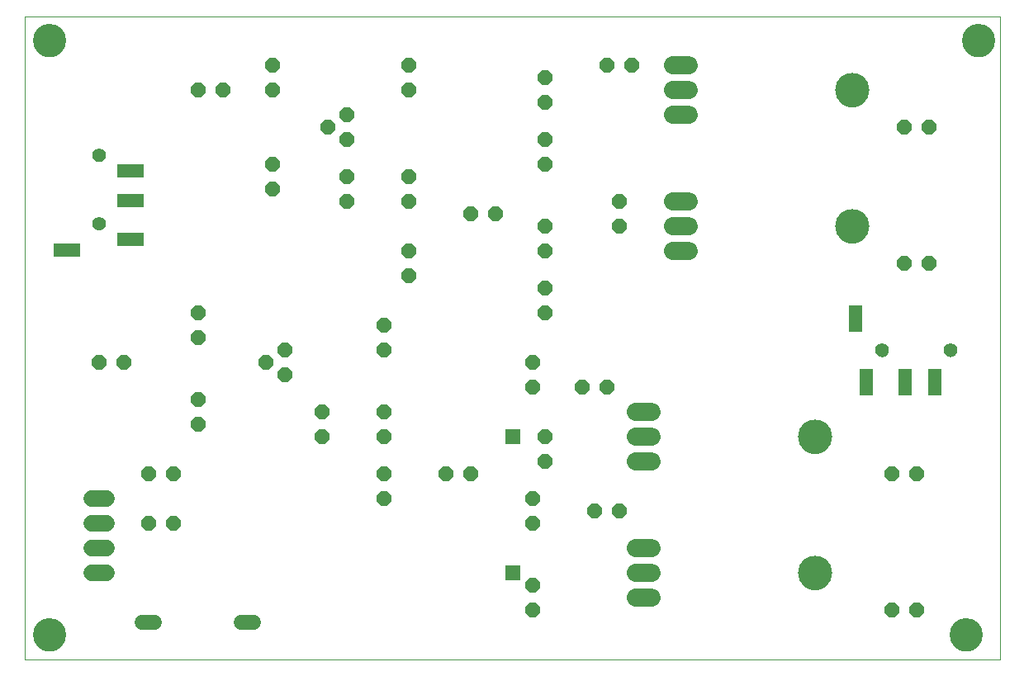
<source format=gts>
G75*
%MOIN*%
%OFA0B0*%
%FSLAX25Y25*%
%IPPOS*%
%LPD*%
%AMOC8*
5,1,8,0,0,1.08239X$1,22.5*
%
%ADD10C,0.00000*%
%ADD11C,0.13398*%
%ADD12OC8,0.06000*%
%ADD13C,0.06000*%
%ADD14R,0.10643X0.05524*%
%ADD15C,0.05524*%
%ADD16C,0.06800*%
%ADD17R,0.05524X0.10643*%
%ADD18C,0.07400*%
%ADD19C,0.13800*%
%ADD20R,0.06115X0.06115*%
D10*
X0016800Y0011800D02*
X0016800Y0271761D01*
X0410501Y0271761D01*
X0410501Y0011800D01*
X0016800Y0011800D01*
X0020501Y0021800D02*
X0020503Y0021958D01*
X0020509Y0022116D01*
X0020519Y0022274D01*
X0020533Y0022432D01*
X0020551Y0022589D01*
X0020572Y0022746D01*
X0020598Y0022902D01*
X0020628Y0023058D01*
X0020661Y0023213D01*
X0020699Y0023366D01*
X0020740Y0023519D01*
X0020785Y0023671D01*
X0020834Y0023822D01*
X0020887Y0023971D01*
X0020943Y0024119D01*
X0021003Y0024265D01*
X0021067Y0024410D01*
X0021135Y0024553D01*
X0021206Y0024695D01*
X0021280Y0024835D01*
X0021358Y0024972D01*
X0021440Y0025108D01*
X0021524Y0025242D01*
X0021613Y0025373D01*
X0021704Y0025502D01*
X0021799Y0025629D01*
X0021896Y0025754D01*
X0021997Y0025876D01*
X0022101Y0025995D01*
X0022208Y0026112D01*
X0022318Y0026226D01*
X0022431Y0026337D01*
X0022546Y0026446D01*
X0022664Y0026551D01*
X0022785Y0026653D01*
X0022908Y0026753D01*
X0023034Y0026849D01*
X0023162Y0026942D01*
X0023292Y0027032D01*
X0023425Y0027118D01*
X0023560Y0027202D01*
X0023696Y0027281D01*
X0023835Y0027358D01*
X0023976Y0027430D01*
X0024118Y0027500D01*
X0024262Y0027565D01*
X0024408Y0027627D01*
X0024555Y0027685D01*
X0024704Y0027740D01*
X0024854Y0027791D01*
X0025005Y0027838D01*
X0025157Y0027881D01*
X0025310Y0027920D01*
X0025465Y0027956D01*
X0025620Y0027987D01*
X0025776Y0028015D01*
X0025932Y0028039D01*
X0026089Y0028059D01*
X0026247Y0028075D01*
X0026404Y0028087D01*
X0026563Y0028095D01*
X0026721Y0028099D01*
X0026879Y0028099D01*
X0027037Y0028095D01*
X0027196Y0028087D01*
X0027353Y0028075D01*
X0027511Y0028059D01*
X0027668Y0028039D01*
X0027824Y0028015D01*
X0027980Y0027987D01*
X0028135Y0027956D01*
X0028290Y0027920D01*
X0028443Y0027881D01*
X0028595Y0027838D01*
X0028746Y0027791D01*
X0028896Y0027740D01*
X0029045Y0027685D01*
X0029192Y0027627D01*
X0029338Y0027565D01*
X0029482Y0027500D01*
X0029624Y0027430D01*
X0029765Y0027358D01*
X0029904Y0027281D01*
X0030040Y0027202D01*
X0030175Y0027118D01*
X0030308Y0027032D01*
X0030438Y0026942D01*
X0030566Y0026849D01*
X0030692Y0026753D01*
X0030815Y0026653D01*
X0030936Y0026551D01*
X0031054Y0026446D01*
X0031169Y0026337D01*
X0031282Y0026226D01*
X0031392Y0026112D01*
X0031499Y0025995D01*
X0031603Y0025876D01*
X0031704Y0025754D01*
X0031801Y0025629D01*
X0031896Y0025502D01*
X0031987Y0025373D01*
X0032076Y0025242D01*
X0032160Y0025108D01*
X0032242Y0024972D01*
X0032320Y0024835D01*
X0032394Y0024695D01*
X0032465Y0024553D01*
X0032533Y0024410D01*
X0032597Y0024265D01*
X0032657Y0024119D01*
X0032713Y0023971D01*
X0032766Y0023822D01*
X0032815Y0023671D01*
X0032860Y0023519D01*
X0032901Y0023366D01*
X0032939Y0023213D01*
X0032972Y0023058D01*
X0033002Y0022902D01*
X0033028Y0022746D01*
X0033049Y0022589D01*
X0033067Y0022432D01*
X0033081Y0022274D01*
X0033091Y0022116D01*
X0033097Y0021958D01*
X0033099Y0021800D01*
X0033097Y0021642D01*
X0033091Y0021484D01*
X0033081Y0021326D01*
X0033067Y0021168D01*
X0033049Y0021011D01*
X0033028Y0020854D01*
X0033002Y0020698D01*
X0032972Y0020542D01*
X0032939Y0020387D01*
X0032901Y0020234D01*
X0032860Y0020081D01*
X0032815Y0019929D01*
X0032766Y0019778D01*
X0032713Y0019629D01*
X0032657Y0019481D01*
X0032597Y0019335D01*
X0032533Y0019190D01*
X0032465Y0019047D01*
X0032394Y0018905D01*
X0032320Y0018765D01*
X0032242Y0018628D01*
X0032160Y0018492D01*
X0032076Y0018358D01*
X0031987Y0018227D01*
X0031896Y0018098D01*
X0031801Y0017971D01*
X0031704Y0017846D01*
X0031603Y0017724D01*
X0031499Y0017605D01*
X0031392Y0017488D01*
X0031282Y0017374D01*
X0031169Y0017263D01*
X0031054Y0017154D01*
X0030936Y0017049D01*
X0030815Y0016947D01*
X0030692Y0016847D01*
X0030566Y0016751D01*
X0030438Y0016658D01*
X0030308Y0016568D01*
X0030175Y0016482D01*
X0030040Y0016398D01*
X0029904Y0016319D01*
X0029765Y0016242D01*
X0029624Y0016170D01*
X0029482Y0016100D01*
X0029338Y0016035D01*
X0029192Y0015973D01*
X0029045Y0015915D01*
X0028896Y0015860D01*
X0028746Y0015809D01*
X0028595Y0015762D01*
X0028443Y0015719D01*
X0028290Y0015680D01*
X0028135Y0015644D01*
X0027980Y0015613D01*
X0027824Y0015585D01*
X0027668Y0015561D01*
X0027511Y0015541D01*
X0027353Y0015525D01*
X0027196Y0015513D01*
X0027037Y0015505D01*
X0026879Y0015501D01*
X0026721Y0015501D01*
X0026563Y0015505D01*
X0026404Y0015513D01*
X0026247Y0015525D01*
X0026089Y0015541D01*
X0025932Y0015561D01*
X0025776Y0015585D01*
X0025620Y0015613D01*
X0025465Y0015644D01*
X0025310Y0015680D01*
X0025157Y0015719D01*
X0025005Y0015762D01*
X0024854Y0015809D01*
X0024704Y0015860D01*
X0024555Y0015915D01*
X0024408Y0015973D01*
X0024262Y0016035D01*
X0024118Y0016100D01*
X0023976Y0016170D01*
X0023835Y0016242D01*
X0023696Y0016319D01*
X0023560Y0016398D01*
X0023425Y0016482D01*
X0023292Y0016568D01*
X0023162Y0016658D01*
X0023034Y0016751D01*
X0022908Y0016847D01*
X0022785Y0016947D01*
X0022664Y0017049D01*
X0022546Y0017154D01*
X0022431Y0017263D01*
X0022318Y0017374D01*
X0022208Y0017488D01*
X0022101Y0017605D01*
X0021997Y0017724D01*
X0021896Y0017846D01*
X0021799Y0017971D01*
X0021704Y0018098D01*
X0021613Y0018227D01*
X0021524Y0018358D01*
X0021440Y0018492D01*
X0021358Y0018628D01*
X0021280Y0018765D01*
X0021206Y0018905D01*
X0021135Y0019047D01*
X0021067Y0019190D01*
X0021003Y0019335D01*
X0020943Y0019481D01*
X0020887Y0019629D01*
X0020834Y0019778D01*
X0020785Y0019929D01*
X0020740Y0020081D01*
X0020699Y0020234D01*
X0020661Y0020387D01*
X0020628Y0020542D01*
X0020598Y0020698D01*
X0020572Y0020854D01*
X0020551Y0021011D01*
X0020533Y0021168D01*
X0020519Y0021326D01*
X0020509Y0021484D01*
X0020503Y0021642D01*
X0020501Y0021800D01*
X0044438Y0187942D02*
X0044440Y0188039D01*
X0044446Y0188136D01*
X0044456Y0188232D01*
X0044470Y0188328D01*
X0044488Y0188424D01*
X0044509Y0188518D01*
X0044535Y0188612D01*
X0044564Y0188704D01*
X0044598Y0188795D01*
X0044634Y0188885D01*
X0044675Y0188973D01*
X0044719Y0189059D01*
X0044767Y0189144D01*
X0044818Y0189226D01*
X0044872Y0189307D01*
X0044930Y0189385D01*
X0044991Y0189460D01*
X0045054Y0189533D01*
X0045121Y0189604D01*
X0045191Y0189671D01*
X0045263Y0189736D01*
X0045338Y0189797D01*
X0045416Y0189856D01*
X0045495Y0189911D01*
X0045577Y0189963D01*
X0045661Y0190011D01*
X0045747Y0190056D01*
X0045835Y0190098D01*
X0045924Y0190136D01*
X0046015Y0190170D01*
X0046107Y0190200D01*
X0046200Y0190227D01*
X0046295Y0190249D01*
X0046390Y0190268D01*
X0046486Y0190283D01*
X0046582Y0190294D01*
X0046679Y0190301D01*
X0046776Y0190304D01*
X0046873Y0190303D01*
X0046970Y0190298D01*
X0047066Y0190289D01*
X0047162Y0190276D01*
X0047258Y0190259D01*
X0047353Y0190238D01*
X0047446Y0190214D01*
X0047539Y0190185D01*
X0047631Y0190153D01*
X0047721Y0190117D01*
X0047809Y0190078D01*
X0047896Y0190034D01*
X0047981Y0189988D01*
X0048064Y0189937D01*
X0048145Y0189884D01*
X0048223Y0189827D01*
X0048300Y0189767D01*
X0048373Y0189704D01*
X0048444Y0189638D01*
X0048512Y0189569D01*
X0048578Y0189497D01*
X0048640Y0189423D01*
X0048699Y0189346D01*
X0048755Y0189267D01*
X0048808Y0189185D01*
X0048858Y0189102D01*
X0048903Y0189016D01*
X0048946Y0188929D01*
X0048985Y0188840D01*
X0049020Y0188750D01*
X0049051Y0188658D01*
X0049078Y0188565D01*
X0049102Y0188471D01*
X0049122Y0188376D01*
X0049138Y0188280D01*
X0049150Y0188184D01*
X0049158Y0188087D01*
X0049162Y0187990D01*
X0049162Y0187894D01*
X0049158Y0187797D01*
X0049150Y0187700D01*
X0049138Y0187604D01*
X0049122Y0187508D01*
X0049102Y0187413D01*
X0049078Y0187319D01*
X0049051Y0187226D01*
X0049020Y0187134D01*
X0048985Y0187044D01*
X0048946Y0186955D01*
X0048903Y0186868D01*
X0048858Y0186782D01*
X0048808Y0186699D01*
X0048755Y0186617D01*
X0048699Y0186538D01*
X0048640Y0186461D01*
X0048578Y0186387D01*
X0048512Y0186315D01*
X0048444Y0186246D01*
X0048373Y0186180D01*
X0048300Y0186117D01*
X0048223Y0186057D01*
X0048145Y0186000D01*
X0048064Y0185947D01*
X0047981Y0185896D01*
X0047896Y0185850D01*
X0047809Y0185806D01*
X0047721Y0185767D01*
X0047631Y0185731D01*
X0047539Y0185699D01*
X0047446Y0185670D01*
X0047353Y0185646D01*
X0047258Y0185625D01*
X0047162Y0185608D01*
X0047066Y0185595D01*
X0046970Y0185586D01*
X0046873Y0185581D01*
X0046776Y0185580D01*
X0046679Y0185583D01*
X0046582Y0185590D01*
X0046486Y0185601D01*
X0046390Y0185616D01*
X0046295Y0185635D01*
X0046200Y0185657D01*
X0046107Y0185684D01*
X0046015Y0185714D01*
X0045924Y0185748D01*
X0045835Y0185786D01*
X0045747Y0185828D01*
X0045661Y0185873D01*
X0045577Y0185921D01*
X0045495Y0185973D01*
X0045416Y0186028D01*
X0045338Y0186087D01*
X0045263Y0186148D01*
X0045191Y0186213D01*
X0045121Y0186280D01*
X0045054Y0186351D01*
X0044991Y0186424D01*
X0044930Y0186499D01*
X0044872Y0186577D01*
X0044818Y0186658D01*
X0044767Y0186740D01*
X0044719Y0186825D01*
X0044675Y0186911D01*
X0044634Y0186999D01*
X0044598Y0187089D01*
X0044564Y0187180D01*
X0044535Y0187272D01*
X0044509Y0187366D01*
X0044488Y0187460D01*
X0044470Y0187556D01*
X0044456Y0187652D01*
X0044446Y0187748D01*
X0044440Y0187845D01*
X0044438Y0187942D01*
X0044438Y0215501D02*
X0044440Y0215598D01*
X0044446Y0215695D01*
X0044456Y0215791D01*
X0044470Y0215887D01*
X0044488Y0215983D01*
X0044509Y0216077D01*
X0044535Y0216171D01*
X0044564Y0216263D01*
X0044598Y0216354D01*
X0044634Y0216444D01*
X0044675Y0216532D01*
X0044719Y0216618D01*
X0044767Y0216703D01*
X0044818Y0216785D01*
X0044872Y0216866D01*
X0044930Y0216944D01*
X0044991Y0217019D01*
X0045054Y0217092D01*
X0045121Y0217163D01*
X0045191Y0217230D01*
X0045263Y0217295D01*
X0045338Y0217356D01*
X0045416Y0217415D01*
X0045495Y0217470D01*
X0045577Y0217522D01*
X0045661Y0217570D01*
X0045747Y0217615D01*
X0045835Y0217657D01*
X0045924Y0217695D01*
X0046015Y0217729D01*
X0046107Y0217759D01*
X0046200Y0217786D01*
X0046295Y0217808D01*
X0046390Y0217827D01*
X0046486Y0217842D01*
X0046582Y0217853D01*
X0046679Y0217860D01*
X0046776Y0217863D01*
X0046873Y0217862D01*
X0046970Y0217857D01*
X0047066Y0217848D01*
X0047162Y0217835D01*
X0047258Y0217818D01*
X0047353Y0217797D01*
X0047446Y0217773D01*
X0047539Y0217744D01*
X0047631Y0217712D01*
X0047721Y0217676D01*
X0047809Y0217637D01*
X0047896Y0217593D01*
X0047981Y0217547D01*
X0048064Y0217496D01*
X0048145Y0217443D01*
X0048223Y0217386D01*
X0048300Y0217326D01*
X0048373Y0217263D01*
X0048444Y0217197D01*
X0048512Y0217128D01*
X0048578Y0217056D01*
X0048640Y0216982D01*
X0048699Y0216905D01*
X0048755Y0216826D01*
X0048808Y0216744D01*
X0048858Y0216661D01*
X0048903Y0216575D01*
X0048946Y0216488D01*
X0048985Y0216399D01*
X0049020Y0216309D01*
X0049051Y0216217D01*
X0049078Y0216124D01*
X0049102Y0216030D01*
X0049122Y0215935D01*
X0049138Y0215839D01*
X0049150Y0215743D01*
X0049158Y0215646D01*
X0049162Y0215549D01*
X0049162Y0215453D01*
X0049158Y0215356D01*
X0049150Y0215259D01*
X0049138Y0215163D01*
X0049122Y0215067D01*
X0049102Y0214972D01*
X0049078Y0214878D01*
X0049051Y0214785D01*
X0049020Y0214693D01*
X0048985Y0214603D01*
X0048946Y0214514D01*
X0048903Y0214427D01*
X0048858Y0214341D01*
X0048808Y0214258D01*
X0048755Y0214176D01*
X0048699Y0214097D01*
X0048640Y0214020D01*
X0048578Y0213946D01*
X0048512Y0213874D01*
X0048444Y0213805D01*
X0048373Y0213739D01*
X0048300Y0213676D01*
X0048223Y0213616D01*
X0048145Y0213559D01*
X0048064Y0213506D01*
X0047981Y0213455D01*
X0047896Y0213409D01*
X0047809Y0213365D01*
X0047721Y0213326D01*
X0047631Y0213290D01*
X0047539Y0213258D01*
X0047446Y0213229D01*
X0047353Y0213205D01*
X0047258Y0213184D01*
X0047162Y0213167D01*
X0047066Y0213154D01*
X0046970Y0213145D01*
X0046873Y0213140D01*
X0046776Y0213139D01*
X0046679Y0213142D01*
X0046582Y0213149D01*
X0046486Y0213160D01*
X0046390Y0213175D01*
X0046295Y0213194D01*
X0046200Y0213216D01*
X0046107Y0213243D01*
X0046015Y0213273D01*
X0045924Y0213307D01*
X0045835Y0213345D01*
X0045747Y0213387D01*
X0045661Y0213432D01*
X0045577Y0213480D01*
X0045495Y0213532D01*
X0045416Y0213587D01*
X0045338Y0213646D01*
X0045263Y0213707D01*
X0045191Y0213772D01*
X0045121Y0213839D01*
X0045054Y0213910D01*
X0044991Y0213983D01*
X0044930Y0214058D01*
X0044872Y0214136D01*
X0044818Y0214217D01*
X0044767Y0214299D01*
X0044719Y0214384D01*
X0044675Y0214470D01*
X0044634Y0214558D01*
X0044598Y0214648D01*
X0044564Y0214739D01*
X0044535Y0214831D01*
X0044509Y0214925D01*
X0044488Y0215019D01*
X0044470Y0215115D01*
X0044456Y0215211D01*
X0044446Y0215307D01*
X0044440Y0215404D01*
X0044438Y0215501D01*
X0020501Y0261800D02*
X0020503Y0261958D01*
X0020509Y0262116D01*
X0020519Y0262274D01*
X0020533Y0262432D01*
X0020551Y0262589D01*
X0020572Y0262746D01*
X0020598Y0262902D01*
X0020628Y0263058D01*
X0020661Y0263213D01*
X0020699Y0263366D01*
X0020740Y0263519D01*
X0020785Y0263671D01*
X0020834Y0263822D01*
X0020887Y0263971D01*
X0020943Y0264119D01*
X0021003Y0264265D01*
X0021067Y0264410D01*
X0021135Y0264553D01*
X0021206Y0264695D01*
X0021280Y0264835D01*
X0021358Y0264972D01*
X0021440Y0265108D01*
X0021524Y0265242D01*
X0021613Y0265373D01*
X0021704Y0265502D01*
X0021799Y0265629D01*
X0021896Y0265754D01*
X0021997Y0265876D01*
X0022101Y0265995D01*
X0022208Y0266112D01*
X0022318Y0266226D01*
X0022431Y0266337D01*
X0022546Y0266446D01*
X0022664Y0266551D01*
X0022785Y0266653D01*
X0022908Y0266753D01*
X0023034Y0266849D01*
X0023162Y0266942D01*
X0023292Y0267032D01*
X0023425Y0267118D01*
X0023560Y0267202D01*
X0023696Y0267281D01*
X0023835Y0267358D01*
X0023976Y0267430D01*
X0024118Y0267500D01*
X0024262Y0267565D01*
X0024408Y0267627D01*
X0024555Y0267685D01*
X0024704Y0267740D01*
X0024854Y0267791D01*
X0025005Y0267838D01*
X0025157Y0267881D01*
X0025310Y0267920D01*
X0025465Y0267956D01*
X0025620Y0267987D01*
X0025776Y0268015D01*
X0025932Y0268039D01*
X0026089Y0268059D01*
X0026247Y0268075D01*
X0026404Y0268087D01*
X0026563Y0268095D01*
X0026721Y0268099D01*
X0026879Y0268099D01*
X0027037Y0268095D01*
X0027196Y0268087D01*
X0027353Y0268075D01*
X0027511Y0268059D01*
X0027668Y0268039D01*
X0027824Y0268015D01*
X0027980Y0267987D01*
X0028135Y0267956D01*
X0028290Y0267920D01*
X0028443Y0267881D01*
X0028595Y0267838D01*
X0028746Y0267791D01*
X0028896Y0267740D01*
X0029045Y0267685D01*
X0029192Y0267627D01*
X0029338Y0267565D01*
X0029482Y0267500D01*
X0029624Y0267430D01*
X0029765Y0267358D01*
X0029904Y0267281D01*
X0030040Y0267202D01*
X0030175Y0267118D01*
X0030308Y0267032D01*
X0030438Y0266942D01*
X0030566Y0266849D01*
X0030692Y0266753D01*
X0030815Y0266653D01*
X0030936Y0266551D01*
X0031054Y0266446D01*
X0031169Y0266337D01*
X0031282Y0266226D01*
X0031392Y0266112D01*
X0031499Y0265995D01*
X0031603Y0265876D01*
X0031704Y0265754D01*
X0031801Y0265629D01*
X0031896Y0265502D01*
X0031987Y0265373D01*
X0032076Y0265242D01*
X0032160Y0265108D01*
X0032242Y0264972D01*
X0032320Y0264835D01*
X0032394Y0264695D01*
X0032465Y0264553D01*
X0032533Y0264410D01*
X0032597Y0264265D01*
X0032657Y0264119D01*
X0032713Y0263971D01*
X0032766Y0263822D01*
X0032815Y0263671D01*
X0032860Y0263519D01*
X0032901Y0263366D01*
X0032939Y0263213D01*
X0032972Y0263058D01*
X0033002Y0262902D01*
X0033028Y0262746D01*
X0033049Y0262589D01*
X0033067Y0262432D01*
X0033081Y0262274D01*
X0033091Y0262116D01*
X0033097Y0261958D01*
X0033099Y0261800D01*
X0033097Y0261642D01*
X0033091Y0261484D01*
X0033081Y0261326D01*
X0033067Y0261168D01*
X0033049Y0261011D01*
X0033028Y0260854D01*
X0033002Y0260698D01*
X0032972Y0260542D01*
X0032939Y0260387D01*
X0032901Y0260234D01*
X0032860Y0260081D01*
X0032815Y0259929D01*
X0032766Y0259778D01*
X0032713Y0259629D01*
X0032657Y0259481D01*
X0032597Y0259335D01*
X0032533Y0259190D01*
X0032465Y0259047D01*
X0032394Y0258905D01*
X0032320Y0258765D01*
X0032242Y0258628D01*
X0032160Y0258492D01*
X0032076Y0258358D01*
X0031987Y0258227D01*
X0031896Y0258098D01*
X0031801Y0257971D01*
X0031704Y0257846D01*
X0031603Y0257724D01*
X0031499Y0257605D01*
X0031392Y0257488D01*
X0031282Y0257374D01*
X0031169Y0257263D01*
X0031054Y0257154D01*
X0030936Y0257049D01*
X0030815Y0256947D01*
X0030692Y0256847D01*
X0030566Y0256751D01*
X0030438Y0256658D01*
X0030308Y0256568D01*
X0030175Y0256482D01*
X0030040Y0256398D01*
X0029904Y0256319D01*
X0029765Y0256242D01*
X0029624Y0256170D01*
X0029482Y0256100D01*
X0029338Y0256035D01*
X0029192Y0255973D01*
X0029045Y0255915D01*
X0028896Y0255860D01*
X0028746Y0255809D01*
X0028595Y0255762D01*
X0028443Y0255719D01*
X0028290Y0255680D01*
X0028135Y0255644D01*
X0027980Y0255613D01*
X0027824Y0255585D01*
X0027668Y0255561D01*
X0027511Y0255541D01*
X0027353Y0255525D01*
X0027196Y0255513D01*
X0027037Y0255505D01*
X0026879Y0255501D01*
X0026721Y0255501D01*
X0026563Y0255505D01*
X0026404Y0255513D01*
X0026247Y0255525D01*
X0026089Y0255541D01*
X0025932Y0255561D01*
X0025776Y0255585D01*
X0025620Y0255613D01*
X0025465Y0255644D01*
X0025310Y0255680D01*
X0025157Y0255719D01*
X0025005Y0255762D01*
X0024854Y0255809D01*
X0024704Y0255860D01*
X0024555Y0255915D01*
X0024408Y0255973D01*
X0024262Y0256035D01*
X0024118Y0256100D01*
X0023976Y0256170D01*
X0023835Y0256242D01*
X0023696Y0256319D01*
X0023560Y0256398D01*
X0023425Y0256482D01*
X0023292Y0256568D01*
X0023162Y0256658D01*
X0023034Y0256751D01*
X0022908Y0256847D01*
X0022785Y0256947D01*
X0022664Y0257049D01*
X0022546Y0257154D01*
X0022431Y0257263D01*
X0022318Y0257374D01*
X0022208Y0257488D01*
X0022101Y0257605D01*
X0021997Y0257724D01*
X0021896Y0257846D01*
X0021799Y0257971D01*
X0021704Y0258098D01*
X0021613Y0258227D01*
X0021524Y0258358D01*
X0021440Y0258492D01*
X0021358Y0258628D01*
X0021280Y0258765D01*
X0021206Y0258905D01*
X0021135Y0259047D01*
X0021067Y0259190D01*
X0021003Y0259335D01*
X0020943Y0259481D01*
X0020887Y0259629D01*
X0020834Y0259778D01*
X0020785Y0259929D01*
X0020740Y0260081D01*
X0020699Y0260234D01*
X0020661Y0260387D01*
X0020628Y0260542D01*
X0020598Y0260698D01*
X0020572Y0260854D01*
X0020551Y0261011D01*
X0020533Y0261168D01*
X0020519Y0261326D01*
X0020509Y0261484D01*
X0020503Y0261642D01*
X0020501Y0261800D01*
X0329300Y0101800D02*
X0329302Y0101961D01*
X0329308Y0102121D01*
X0329318Y0102282D01*
X0329332Y0102442D01*
X0329350Y0102602D01*
X0329371Y0102761D01*
X0329397Y0102920D01*
X0329427Y0103078D01*
X0329460Y0103235D01*
X0329498Y0103392D01*
X0329539Y0103547D01*
X0329584Y0103701D01*
X0329633Y0103854D01*
X0329686Y0104006D01*
X0329742Y0104157D01*
X0329803Y0104306D01*
X0329866Y0104454D01*
X0329934Y0104600D01*
X0330005Y0104744D01*
X0330079Y0104886D01*
X0330157Y0105027D01*
X0330239Y0105165D01*
X0330324Y0105302D01*
X0330412Y0105436D01*
X0330504Y0105568D01*
X0330599Y0105698D01*
X0330697Y0105826D01*
X0330798Y0105951D01*
X0330902Y0106073D01*
X0331009Y0106193D01*
X0331119Y0106310D01*
X0331232Y0106425D01*
X0331348Y0106536D01*
X0331467Y0106645D01*
X0331588Y0106750D01*
X0331712Y0106853D01*
X0331838Y0106953D01*
X0331966Y0107049D01*
X0332097Y0107142D01*
X0332231Y0107232D01*
X0332366Y0107319D01*
X0332504Y0107402D01*
X0332643Y0107482D01*
X0332785Y0107558D01*
X0332928Y0107631D01*
X0333073Y0107700D01*
X0333220Y0107766D01*
X0333368Y0107828D01*
X0333518Y0107886D01*
X0333669Y0107941D01*
X0333822Y0107992D01*
X0333976Y0108039D01*
X0334131Y0108082D01*
X0334287Y0108121D01*
X0334443Y0108157D01*
X0334601Y0108188D01*
X0334759Y0108216D01*
X0334918Y0108240D01*
X0335078Y0108260D01*
X0335238Y0108276D01*
X0335398Y0108288D01*
X0335559Y0108296D01*
X0335720Y0108300D01*
X0335880Y0108300D01*
X0336041Y0108296D01*
X0336202Y0108288D01*
X0336362Y0108276D01*
X0336522Y0108260D01*
X0336682Y0108240D01*
X0336841Y0108216D01*
X0336999Y0108188D01*
X0337157Y0108157D01*
X0337313Y0108121D01*
X0337469Y0108082D01*
X0337624Y0108039D01*
X0337778Y0107992D01*
X0337931Y0107941D01*
X0338082Y0107886D01*
X0338232Y0107828D01*
X0338380Y0107766D01*
X0338527Y0107700D01*
X0338672Y0107631D01*
X0338815Y0107558D01*
X0338957Y0107482D01*
X0339096Y0107402D01*
X0339234Y0107319D01*
X0339369Y0107232D01*
X0339503Y0107142D01*
X0339634Y0107049D01*
X0339762Y0106953D01*
X0339888Y0106853D01*
X0340012Y0106750D01*
X0340133Y0106645D01*
X0340252Y0106536D01*
X0340368Y0106425D01*
X0340481Y0106310D01*
X0340591Y0106193D01*
X0340698Y0106073D01*
X0340802Y0105951D01*
X0340903Y0105826D01*
X0341001Y0105698D01*
X0341096Y0105568D01*
X0341188Y0105436D01*
X0341276Y0105302D01*
X0341361Y0105165D01*
X0341443Y0105027D01*
X0341521Y0104886D01*
X0341595Y0104744D01*
X0341666Y0104600D01*
X0341734Y0104454D01*
X0341797Y0104306D01*
X0341858Y0104157D01*
X0341914Y0104006D01*
X0341967Y0103854D01*
X0342016Y0103701D01*
X0342061Y0103547D01*
X0342102Y0103392D01*
X0342140Y0103235D01*
X0342173Y0103078D01*
X0342203Y0102920D01*
X0342229Y0102761D01*
X0342250Y0102602D01*
X0342268Y0102442D01*
X0342282Y0102282D01*
X0342292Y0102121D01*
X0342298Y0101961D01*
X0342300Y0101800D01*
X0342298Y0101639D01*
X0342292Y0101479D01*
X0342282Y0101318D01*
X0342268Y0101158D01*
X0342250Y0100998D01*
X0342229Y0100839D01*
X0342203Y0100680D01*
X0342173Y0100522D01*
X0342140Y0100365D01*
X0342102Y0100208D01*
X0342061Y0100053D01*
X0342016Y0099899D01*
X0341967Y0099746D01*
X0341914Y0099594D01*
X0341858Y0099443D01*
X0341797Y0099294D01*
X0341734Y0099146D01*
X0341666Y0099000D01*
X0341595Y0098856D01*
X0341521Y0098714D01*
X0341443Y0098573D01*
X0341361Y0098435D01*
X0341276Y0098298D01*
X0341188Y0098164D01*
X0341096Y0098032D01*
X0341001Y0097902D01*
X0340903Y0097774D01*
X0340802Y0097649D01*
X0340698Y0097527D01*
X0340591Y0097407D01*
X0340481Y0097290D01*
X0340368Y0097175D01*
X0340252Y0097064D01*
X0340133Y0096955D01*
X0340012Y0096850D01*
X0339888Y0096747D01*
X0339762Y0096647D01*
X0339634Y0096551D01*
X0339503Y0096458D01*
X0339369Y0096368D01*
X0339234Y0096281D01*
X0339096Y0096198D01*
X0338957Y0096118D01*
X0338815Y0096042D01*
X0338672Y0095969D01*
X0338527Y0095900D01*
X0338380Y0095834D01*
X0338232Y0095772D01*
X0338082Y0095714D01*
X0337931Y0095659D01*
X0337778Y0095608D01*
X0337624Y0095561D01*
X0337469Y0095518D01*
X0337313Y0095479D01*
X0337157Y0095443D01*
X0336999Y0095412D01*
X0336841Y0095384D01*
X0336682Y0095360D01*
X0336522Y0095340D01*
X0336362Y0095324D01*
X0336202Y0095312D01*
X0336041Y0095304D01*
X0335880Y0095300D01*
X0335720Y0095300D01*
X0335559Y0095304D01*
X0335398Y0095312D01*
X0335238Y0095324D01*
X0335078Y0095340D01*
X0334918Y0095360D01*
X0334759Y0095384D01*
X0334601Y0095412D01*
X0334443Y0095443D01*
X0334287Y0095479D01*
X0334131Y0095518D01*
X0333976Y0095561D01*
X0333822Y0095608D01*
X0333669Y0095659D01*
X0333518Y0095714D01*
X0333368Y0095772D01*
X0333220Y0095834D01*
X0333073Y0095900D01*
X0332928Y0095969D01*
X0332785Y0096042D01*
X0332643Y0096118D01*
X0332504Y0096198D01*
X0332366Y0096281D01*
X0332231Y0096368D01*
X0332097Y0096458D01*
X0331966Y0096551D01*
X0331838Y0096647D01*
X0331712Y0096747D01*
X0331588Y0096850D01*
X0331467Y0096955D01*
X0331348Y0097064D01*
X0331232Y0097175D01*
X0331119Y0097290D01*
X0331009Y0097407D01*
X0330902Y0097527D01*
X0330798Y0097649D01*
X0330697Y0097774D01*
X0330599Y0097902D01*
X0330504Y0098032D01*
X0330412Y0098164D01*
X0330324Y0098298D01*
X0330239Y0098435D01*
X0330157Y0098573D01*
X0330079Y0098714D01*
X0330005Y0098856D01*
X0329934Y0099000D01*
X0329866Y0099146D01*
X0329803Y0099294D01*
X0329742Y0099443D01*
X0329686Y0099594D01*
X0329633Y0099746D01*
X0329584Y0099899D01*
X0329539Y0100053D01*
X0329498Y0100208D01*
X0329460Y0100365D01*
X0329427Y0100522D01*
X0329397Y0100680D01*
X0329371Y0100839D01*
X0329350Y0100998D01*
X0329332Y0101158D01*
X0329318Y0101318D01*
X0329308Y0101479D01*
X0329302Y0101639D01*
X0329300Y0101800D01*
X0360580Y0136800D02*
X0360582Y0136897D01*
X0360588Y0136994D01*
X0360598Y0137090D01*
X0360612Y0137186D01*
X0360630Y0137282D01*
X0360651Y0137376D01*
X0360677Y0137470D01*
X0360706Y0137562D01*
X0360740Y0137653D01*
X0360776Y0137743D01*
X0360817Y0137831D01*
X0360861Y0137917D01*
X0360909Y0138002D01*
X0360960Y0138084D01*
X0361014Y0138165D01*
X0361072Y0138243D01*
X0361133Y0138318D01*
X0361196Y0138391D01*
X0361263Y0138462D01*
X0361333Y0138529D01*
X0361405Y0138594D01*
X0361480Y0138655D01*
X0361558Y0138714D01*
X0361637Y0138769D01*
X0361719Y0138821D01*
X0361803Y0138869D01*
X0361889Y0138914D01*
X0361977Y0138956D01*
X0362066Y0138994D01*
X0362157Y0139028D01*
X0362249Y0139058D01*
X0362342Y0139085D01*
X0362437Y0139107D01*
X0362532Y0139126D01*
X0362628Y0139141D01*
X0362724Y0139152D01*
X0362821Y0139159D01*
X0362918Y0139162D01*
X0363015Y0139161D01*
X0363112Y0139156D01*
X0363208Y0139147D01*
X0363304Y0139134D01*
X0363400Y0139117D01*
X0363495Y0139096D01*
X0363588Y0139072D01*
X0363681Y0139043D01*
X0363773Y0139011D01*
X0363863Y0138975D01*
X0363951Y0138936D01*
X0364038Y0138892D01*
X0364123Y0138846D01*
X0364206Y0138795D01*
X0364287Y0138742D01*
X0364365Y0138685D01*
X0364442Y0138625D01*
X0364515Y0138562D01*
X0364586Y0138496D01*
X0364654Y0138427D01*
X0364720Y0138355D01*
X0364782Y0138281D01*
X0364841Y0138204D01*
X0364897Y0138125D01*
X0364950Y0138043D01*
X0365000Y0137960D01*
X0365045Y0137874D01*
X0365088Y0137787D01*
X0365127Y0137698D01*
X0365162Y0137608D01*
X0365193Y0137516D01*
X0365220Y0137423D01*
X0365244Y0137329D01*
X0365264Y0137234D01*
X0365280Y0137138D01*
X0365292Y0137042D01*
X0365300Y0136945D01*
X0365304Y0136848D01*
X0365304Y0136752D01*
X0365300Y0136655D01*
X0365292Y0136558D01*
X0365280Y0136462D01*
X0365264Y0136366D01*
X0365244Y0136271D01*
X0365220Y0136177D01*
X0365193Y0136084D01*
X0365162Y0135992D01*
X0365127Y0135902D01*
X0365088Y0135813D01*
X0365045Y0135726D01*
X0365000Y0135640D01*
X0364950Y0135557D01*
X0364897Y0135475D01*
X0364841Y0135396D01*
X0364782Y0135319D01*
X0364720Y0135245D01*
X0364654Y0135173D01*
X0364586Y0135104D01*
X0364515Y0135038D01*
X0364442Y0134975D01*
X0364365Y0134915D01*
X0364287Y0134858D01*
X0364206Y0134805D01*
X0364123Y0134754D01*
X0364038Y0134708D01*
X0363951Y0134664D01*
X0363863Y0134625D01*
X0363773Y0134589D01*
X0363681Y0134557D01*
X0363588Y0134528D01*
X0363495Y0134504D01*
X0363400Y0134483D01*
X0363304Y0134466D01*
X0363208Y0134453D01*
X0363112Y0134444D01*
X0363015Y0134439D01*
X0362918Y0134438D01*
X0362821Y0134441D01*
X0362724Y0134448D01*
X0362628Y0134459D01*
X0362532Y0134474D01*
X0362437Y0134493D01*
X0362342Y0134515D01*
X0362249Y0134542D01*
X0362157Y0134572D01*
X0362066Y0134606D01*
X0361977Y0134644D01*
X0361889Y0134686D01*
X0361803Y0134731D01*
X0361719Y0134779D01*
X0361637Y0134831D01*
X0361558Y0134886D01*
X0361480Y0134945D01*
X0361405Y0135006D01*
X0361333Y0135071D01*
X0361263Y0135138D01*
X0361196Y0135209D01*
X0361133Y0135282D01*
X0361072Y0135357D01*
X0361014Y0135435D01*
X0360960Y0135516D01*
X0360909Y0135598D01*
X0360861Y0135683D01*
X0360817Y0135769D01*
X0360776Y0135857D01*
X0360740Y0135947D01*
X0360706Y0136038D01*
X0360677Y0136130D01*
X0360651Y0136224D01*
X0360630Y0136318D01*
X0360612Y0136414D01*
X0360598Y0136510D01*
X0360588Y0136606D01*
X0360582Y0136703D01*
X0360580Y0136800D01*
X0388139Y0136800D02*
X0388141Y0136897D01*
X0388147Y0136994D01*
X0388157Y0137090D01*
X0388171Y0137186D01*
X0388189Y0137282D01*
X0388210Y0137376D01*
X0388236Y0137470D01*
X0388265Y0137562D01*
X0388299Y0137653D01*
X0388335Y0137743D01*
X0388376Y0137831D01*
X0388420Y0137917D01*
X0388468Y0138002D01*
X0388519Y0138084D01*
X0388573Y0138165D01*
X0388631Y0138243D01*
X0388692Y0138318D01*
X0388755Y0138391D01*
X0388822Y0138462D01*
X0388892Y0138529D01*
X0388964Y0138594D01*
X0389039Y0138655D01*
X0389117Y0138714D01*
X0389196Y0138769D01*
X0389278Y0138821D01*
X0389362Y0138869D01*
X0389448Y0138914D01*
X0389536Y0138956D01*
X0389625Y0138994D01*
X0389716Y0139028D01*
X0389808Y0139058D01*
X0389901Y0139085D01*
X0389996Y0139107D01*
X0390091Y0139126D01*
X0390187Y0139141D01*
X0390283Y0139152D01*
X0390380Y0139159D01*
X0390477Y0139162D01*
X0390574Y0139161D01*
X0390671Y0139156D01*
X0390767Y0139147D01*
X0390863Y0139134D01*
X0390959Y0139117D01*
X0391054Y0139096D01*
X0391147Y0139072D01*
X0391240Y0139043D01*
X0391332Y0139011D01*
X0391422Y0138975D01*
X0391510Y0138936D01*
X0391597Y0138892D01*
X0391682Y0138846D01*
X0391765Y0138795D01*
X0391846Y0138742D01*
X0391924Y0138685D01*
X0392001Y0138625D01*
X0392074Y0138562D01*
X0392145Y0138496D01*
X0392213Y0138427D01*
X0392279Y0138355D01*
X0392341Y0138281D01*
X0392400Y0138204D01*
X0392456Y0138125D01*
X0392509Y0138043D01*
X0392559Y0137960D01*
X0392604Y0137874D01*
X0392647Y0137787D01*
X0392686Y0137698D01*
X0392721Y0137608D01*
X0392752Y0137516D01*
X0392779Y0137423D01*
X0392803Y0137329D01*
X0392823Y0137234D01*
X0392839Y0137138D01*
X0392851Y0137042D01*
X0392859Y0136945D01*
X0392863Y0136848D01*
X0392863Y0136752D01*
X0392859Y0136655D01*
X0392851Y0136558D01*
X0392839Y0136462D01*
X0392823Y0136366D01*
X0392803Y0136271D01*
X0392779Y0136177D01*
X0392752Y0136084D01*
X0392721Y0135992D01*
X0392686Y0135902D01*
X0392647Y0135813D01*
X0392604Y0135726D01*
X0392559Y0135640D01*
X0392509Y0135557D01*
X0392456Y0135475D01*
X0392400Y0135396D01*
X0392341Y0135319D01*
X0392279Y0135245D01*
X0392213Y0135173D01*
X0392145Y0135104D01*
X0392074Y0135038D01*
X0392001Y0134975D01*
X0391924Y0134915D01*
X0391846Y0134858D01*
X0391765Y0134805D01*
X0391682Y0134754D01*
X0391597Y0134708D01*
X0391510Y0134664D01*
X0391422Y0134625D01*
X0391332Y0134589D01*
X0391240Y0134557D01*
X0391147Y0134528D01*
X0391054Y0134504D01*
X0390959Y0134483D01*
X0390863Y0134466D01*
X0390767Y0134453D01*
X0390671Y0134444D01*
X0390574Y0134439D01*
X0390477Y0134438D01*
X0390380Y0134441D01*
X0390283Y0134448D01*
X0390187Y0134459D01*
X0390091Y0134474D01*
X0389996Y0134493D01*
X0389901Y0134515D01*
X0389808Y0134542D01*
X0389716Y0134572D01*
X0389625Y0134606D01*
X0389536Y0134644D01*
X0389448Y0134686D01*
X0389362Y0134731D01*
X0389278Y0134779D01*
X0389196Y0134831D01*
X0389117Y0134886D01*
X0389039Y0134945D01*
X0388964Y0135006D01*
X0388892Y0135071D01*
X0388822Y0135138D01*
X0388755Y0135209D01*
X0388692Y0135282D01*
X0388631Y0135357D01*
X0388573Y0135435D01*
X0388519Y0135516D01*
X0388468Y0135598D01*
X0388420Y0135683D01*
X0388376Y0135769D01*
X0388335Y0135857D01*
X0388299Y0135947D01*
X0388265Y0136038D01*
X0388236Y0136130D01*
X0388210Y0136224D01*
X0388189Y0136318D01*
X0388171Y0136414D01*
X0388157Y0136510D01*
X0388147Y0136606D01*
X0388141Y0136703D01*
X0388139Y0136800D01*
X0344300Y0186800D02*
X0344302Y0186961D01*
X0344308Y0187121D01*
X0344318Y0187282D01*
X0344332Y0187442D01*
X0344350Y0187602D01*
X0344371Y0187761D01*
X0344397Y0187920D01*
X0344427Y0188078D01*
X0344460Y0188235D01*
X0344498Y0188392D01*
X0344539Y0188547D01*
X0344584Y0188701D01*
X0344633Y0188854D01*
X0344686Y0189006D01*
X0344742Y0189157D01*
X0344803Y0189306D01*
X0344866Y0189454D01*
X0344934Y0189600D01*
X0345005Y0189744D01*
X0345079Y0189886D01*
X0345157Y0190027D01*
X0345239Y0190165D01*
X0345324Y0190302D01*
X0345412Y0190436D01*
X0345504Y0190568D01*
X0345599Y0190698D01*
X0345697Y0190826D01*
X0345798Y0190951D01*
X0345902Y0191073D01*
X0346009Y0191193D01*
X0346119Y0191310D01*
X0346232Y0191425D01*
X0346348Y0191536D01*
X0346467Y0191645D01*
X0346588Y0191750D01*
X0346712Y0191853D01*
X0346838Y0191953D01*
X0346966Y0192049D01*
X0347097Y0192142D01*
X0347231Y0192232D01*
X0347366Y0192319D01*
X0347504Y0192402D01*
X0347643Y0192482D01*
X0347785Y0192558D01*
X0347928Y0192631D01*
X0348073Y0192700D01*
X0348220Y0192766D01*
X0348368Y0192828D01*
X0348518Y0192886D01*
X0348669Y0192941D01*
X0348822Y0192992D01*
X0348976Y0193039D01*
X0349131Y0193082D01*
X0349287Y0193121D01*
X0349443Y0193157D01*
X0349601Y0193188D01*
X0349759Y0193216D01*
X0349918Y0193240D01*
X0350078Y0193260D01*
X0350238Y0193276D01*
X0350398Y0193288D01*
X0350559Y0193296D01*
X0350720Y0193300D01*
X0350880Y0193300D01*
X0351041Y0193296D01*
X0351202Y0193288D01*
X0351362Y0193276D01*
X0351522Y0193260D01*
X0351682Y0193240D01*
X0351841Y0193216D01*
X0351999Y0193188D01*
X0352157Y0193157D01*
X0352313Y0193121D01*
X0352469Y0193082D01*
X0352624Y0193039D01*
X0352778Y0192992D01*
X0352931Y0192941D01*
X0353082Y0192886D01*
X0353232Y0192828D01*
X0353380Y0192766D01*
X0353527Y0192700D01*
X0353672Y0192631D01*
X0353815Y0192558D01*
X0353957Y0192482D01*
X0354096Y0192402D01*
X0354234Y0192319D01*
X0354369Y0192232D01*
X0354503Y0192142D01*
X0354634Y0192049D01*
X0354762Y0191953D01*
X0354888Y0191853D01*
X0355012Y0191750D01*
X0355133Y0191645D01*
X0355252Y0191536D01*
X0355368Y0191425D01*
X0355481Y0191310D01*
X0355591Y0191193D01*
X0355698Y0191073D01*
X0355802Y0190951D01*
X0355903Y0190826D01*
X0356001Y0190698D01*
X0356096Y0190568D01*
X0356188Y0190436D01*
X0356276Y0190302D01*
X0356361Y0190165D01*
X0356443Y0190027D01*
X0356521Y0189886D01*
X0356595Y0189744D01*
X0356666Y0189600D01*
X0356734Y0189454D01*
X0356797Y0189306D01*
X0356858Y0189157D01*
X0356914Y0189006D01*
X0356967Y0188854D01*
X0357016Y0188701D01*
X0357061Y0188547D01*
X0357102Y0188392D01*
X0357140Y0188235D01*
X0357173Y0188078D01*
X0357203Y0187920D01*
X0357229Y0187761D01*
X0357250Y0187602D01*
X0357268Y0187442D01*
X0357282Y0187282D01*
X0357292Y0187121D01*
X0357298Y0186961D01*
X0357300Y0186800D01*
X0357298Y0186639D01*
X0357292Y0186479D01*
X0357282Y0186318D01*
X0357268Y0186158D01*
X0357250Y0185998D01*
X0357229Y0185839D01*
X0357203Y0185680D01*
X0357173Y0185522D01*
X0357140Y0185365D01*
X0357102Y0185208D01*
X0357061Y0185053D01*
X0357016Y0184899D01*
X0356967Y0184746D01*
X0356914Y0184594D01*
X0356858Y0184443D01*
X0356797Y0184294D01*
X0356734Y0184146D01*
X0356666Y0184000D01*
X0356595Y0183856D01*
X0356521Y0183714D01*
X0356443Y0183573D01*
X0356361Y0183435D01*
X0356276Y0183298D01*
X0356188Y0183164D01*
X0356096Y0183032D01*
X0356001Y0182902D01*
X0355903Y0182774D01*
X0355802Y0182649D01*
X0355698Y0182527D01*
X0355591Y0182407D01*
X0355481Y0182290D01*
X0355368Y0182175D01*
X0355252Y0182064D01*
X0355133Y0181955D01*
X0355012Y0181850D01*
X0354888Y0181747D01*
X0354762Y0181647D01*
X0354634Y0181551D01*
X0354503Y0181458D01*
X0354369Y0181368D01*
X0354234Y0181281D01*
X0354096Y0181198D01*
X0353957Y0181118D01*
X0353815Y0181042D01*
X0353672Y0180969D01*
X0353527Y0180900D01*
X0353380Y0180834D01*
X0353232Y0180772D01*
X0353082Y0180714D01*
X0352931Y0180659D01*
X0352778Y0180608D01*
X0352624Y0180561D01*
X0352469Y0180518D01*
X0352313Y0180479D01*
X0352157Y0180443D01*
X0351999Y0180412D01*
X0351841Y0180384D01*
X0351682Y0180360D01*
X0351522Y0180340D01*
X0351362Y0180324D01*
X0351202Y0180312D01*
X0351041Y0180304D01*
X0350880Y0180300D01*
X0350720Y0180300D01*
X0350559Y0180304D01*
X0350398Y0180312D01*
X0350238Y0180324D01*
X0350078Y0180340D01*
X0349918Y0180360D01*
X0349759Y0180384D01*
X0349601Y0180412D01*
X0349443Y0180443D01*
X0349287Y0180479D01*
X0349131Y0180518D01*
X0348976Y0180561D01*
X0348822Y0180608D01*
X0348669Y0180659D01*
X0348518Y0180714D01*
X0348368Y0180772D01*
X0348220Y0180834D01*
X0348073Y0180900D01*
X0347928Y0180969D01*
X0347785Y0181042D01*
X0347643Y0181118D01*
X0347504Y0181198D01*
X0347366Y0181281D01*
X0347231Y0181368D01*
X0347097Y0181458D01*
X0346966Y0181551D01*
X0346838Y0181647D01*
X0346712Y0181747D01*
X0346588Y0181850D01*
X0346467Y0181955D01*
X0346348Y0182064D01*
X0346232Y0182175D01*
X0346119Y0182290D01*
X0346009Y0182407D01*
X0345902Y0182527D01*
X0345798Y0182649D01*
X0345697Y0182774D01*
X0345599Y0182902D01*
X0345504Y0183032D01*
X0345412Y0183164D01*
X0345324Y0183298D01*
X0345239Y0183435D01*
X0345157Y0183573D01*
X0345079Y0183714D01*
X0345005Y0183856D01*
X0344934Y0184000D01*
X0344866Y0184146D01*
X0344803Y0184294D01*
X0344742Y0184443D01*
X0344686Y0184594D01*
X0344633Y0184746D01*
X0344584Y0184899D01*
X0344539Y0185053D01*
X0344498Y0185208D01*
X0344460Y0185365D01*
X0344427Y0185522D01*
X0344397Y0185680D01*
X0344371Y0185839D01*
X0344350Y0185998D01*
X0344332Y0186158D01*
X0344318Y0186318D01*
X0344308Y0186479D01*
X0344302Y0186639D01*
X0344300Y0186800D01*
X0344300Y0241800D02*
X0344302Y0241961D01*
X0344308Y0242121D01*
X0344318Y0242282D01*
X0344332Y0242442D01*
X0344350Y0242602D01*
X0344371Y0242761D01*
X0344397Y0242920D01*
X0344427Y0243078D01*
X0344460Y0243235D01*
X0344498Y0243392D01*
X0344539Y0243547D01*
X0344584Y0243701D01*
X0344633Y0243854D01*
X0344686Y0244006D01*
X0344742Y0244157D01*
X0344803Y0244306D01*
X0344866Y0244454D01*
X0344934Y0244600D01*
X0345005Y0244744D01*
X0345079Y0244886D01*
X0345157Y0245027D01*
X0345239Y0245165D01*
X0345324Y0245302D01*
X0345412Y0245436D01*
X0345504Y0245568D01*
X0345599Y0245698D01*
X0345697Y0245826D01*
X0345798Y0245951D01*
X0345902Y0246073D01*
X0346009Y0246193D01*
X0346119Y0246310D01*
X0346232Y0246425D01*
X0346348Y0246536D01*
X0346467Y0246645D01*
X0346588Y0246750D01*
X0346712Y0246853D01*
X0346838Y0246953D01*
X0346966Y0247049D01*
X0347097Y0247142D01*
X0347231Y0247232D01*
X0347366Y0247319D01*
X0347504Y0247402D01*
X0347643Y0247482D01*
X0347785Y0247558D01*
X0347928Y0247631D01*
X0348073Y0247700D01*
X0348220Y0247766D01*
X0348368Y0247828D01*
X0348518Y0247886D01*
X0348669Y0247941D01*
X0348822Y0247992D01*
X0348976Y0248039D01*
X0349131Y0248082D01*
X0349287Y0248121D01*
X0349443Y0248157D01*
X0349601Y0248188D01*
X0349759Y0248216D01*
X0349918Y0248240D01*
X0350078Y0248260D01*
X0350238Y0248276D01*
X0350398Y0248288D01*
X0350559Y0248296D01*
X0350720Y0248300D01*
X0350880Y0248300D01*
X0351041Y0248296D01*
X0351202Y0248288D01*
X0351362Y0248276D01*
X0351522Y0248260D01*
X0351682Y0248240D01*
X0351841Y0248216D01*
X0351999Y0248188D01*
X0352157Y0248157D01*
X0352313Y0248121D01*
X0352469Y0248082D01*
X0352624Y0248039D01*
X0352778Y0247992D01*
X0352931Y0247941D01*
X0353082Y0247886D01*
X0353232Y0247828D01*
X0353380Y0247766D01*
X0353527Y0247700D01*
X0353672Y0247631D01*
X0353815Y0247558D01*
X0353957Y0247482D01*
X0354096Y0247402D01*
X0354234Y0247319D01*
X0354369Y0247232D01*
X0354503Y0247142D01*
X0354634Y0247049D01*
X0354762Y0246953D01*
X0354888Y0246853D01*
X0355012Y0246750D01*
X0355133Y0246645D01*
X0355252Y0246536D01*
X0355368Y0246425D01*
X0355481Y0246310D01*
X0355591Y0246193D01*
X0355698Y0246073D01*
X0355802Y0245951D01*
X0355903Y0245826D01*
X0356001Y0245698D01*
X0356096Y0245568D01*
X0356188Y0245436D01*
X0356276Y0245302D01*
X0356361Y0245165D01*
X0356443Y0245027D01*
X0356521Y0244886D01*
X0356595Y0244744D01*
X0356666Y0244600D01*
X0356734Y0244454D01*
X0356797Y0244306D01*
X0356858Y0244157D01*
X0356914Y0244006D01*
X0356967Y0243854D01*
X0357016Y0243701D01*
X0357061Y0243547D01*
X0357102Y0243392D01*
X0357140Y0243235D01*
X0357173Y0243078D01*
X0357203Y0242920D01*
X0357229Y0242761D01*
X0357250Y0242602D01*
X0357268Y0242442D01*
X0357282Y0242282D01*
X0357292Y0242121D01*
X0357298Y0241961D01*
X0357300Y0241800D01*
X0357298Y0241639D01*
X0357292Y0241479D01*
X0357282Y0241318D01*
X0357268Y0241158D01*
X0357250Y0240998D01*
X0357229Y0240839D01*
X0357203Y0240680D01*
X0357173Y0240522D01*
X0357140Y0240365D01*
X0357102Y0240208D01*
X0357061Y0240053D01*
X0357016Y0239899D01*
X0356967Y0239746D01*
X0356914Y0239594D01*
X0356858Y0239443D01*
X0356797Y0239294D01*
X0356734Y0239146D01*
X0356666Y0239000D01*
X0356595Y0238856D01*
X0356521Y0238714D01*
X0356443Y0238573D01*
X0356361Y0238435D01*
X0356276Y0238298D01*
X0356188Y0238164D01*
X0356096Y0238032D01*
X0356001Y0237902D01*
X0355903Y0237774D01*
X0355802Y0237649D01*
X0355698Y0237527D01*
X0355591Y0237407D01*
X0355481Y0237290D01*
X0355368Y0237175D01*
X0355252Y0237064D01*
X0355133Y0236955D01*
X0355012Y0236850D01*
X0354888Y0236747D01*
X0354762Y0236647D01*
X0354634Y0236551D01*
X0354503Y0236458D01*
X0354369Y0236368D01*
X0354234Y0236281D01*
X0354096Y0236198D01*
X0353957Y0236118D01*
X0353815Y0236042D01*
X0353672Y0235969D01*
X0353527Y0235900D01*
X0353380Y0235834D01*
X0353232Y0235772D01*
X0353082Y0235714D01*
X0352931Y0235659D01*
X0352778Y0235608D01*
X0352624Y0235561D01*
X0352469Y0235518D01*
X0352313Y0235479D01*
X0352157Y0235443D01*
X0351999Y0235412D01*
X0351841Y0235384D01*
X0351682Y0235360D01*
X0351522Y0235340D01*
X0351362Y0235324D01*
X0351202Y0235312D01*
X0351041Y0235304D01*
X0350880Y0235300D01*
X0350720Y0235300D01*
X0350559Y0235304D01*
X0350398Y0235312D01*
X0350238Y0235324D01*
X0350078Y0235340D01*
X0349918Y0235360D01*
X0349759Y0235384D01*
X0349601Y0235412D01*
X0349443Y0235443D01*
X0349287Y0235479D01*
X0349131Y0235518D01*
X0348976Y0235561D01*
X0348822Y0235608D01*
X0348669Y0235659D01*
X0348518Y0235714D01*
X0348368Y0235772D01*
X0348220Y0235834D01*
X0348073Y0235900D01*
X0347928Y0235969D01*
X0347785Y0236042D01*
X0347643Y0236118D01*
X0347504Y0236198D01*
X0347366Y0236281D01*
X0347231Y0236368D01*
X0347097Y0236458D01*
X0346966Y0236551D01*
X0346838Y0236647D01*
X0346712Y0236747D01*
X0346588Y0236850D01*
X0346467Y0236955D01*
X0346348Y0237064D01*
X0346232Y0237175D01*
X0346119Y0237290D01*
X0346009Y0237407D01*
X0345902Y0237527D01*
X0345798Y0237649D01*
X0345697Y0237774D01*
X0345599Y0237902D01*
X0345504Y0238032D01*
X0345412Y0238164D01*
X0345324Y0238298D01*
X0345239Y0238435D01*
X0345157Y0238573D01*
X0345079Y0238714D01*
X0345005Y0238856D01*
X0344934Y0239000D01*
X0344866Y0239146D01*
X0344803Y0239294D01*
X0344742Y0239443D01*
X0344686Y0239594D01*
X0344633Y0239746D01*
X0344584Y0239899D01*
X0344539Y0240053D01*
X0344498Y0240208D01*
X0344460Y0240365D01*
X0344427Y0240522D01*
X0344397Y0240680D01*
X0344371Y0240839D01*
X0344350Y0240998D01*
X0344332Y0241158D01*
X0344318Y0241318D01*
X0344308Y0241479D01*
X0344302Y0241639D01*
X0344300Y0241800D01*
X0395501Y0261800D02*
X0395503Y0261958D01*
X0395509Y0262116D01*
X0395519Y0262274D01*
X0395533Y0262432D01*
X0395551Y0262589D01*
X0395572Y0262746D01*
X0395598Y0262902D01*
X0395628Y0263058D01*
X0395661Y0263213D01*
X0395699Y0263366D01*
X0395740Y0263519D01*
X0395785Y0263671D01*
X0395834Y0263822D01*
X0395887Y0263971D01*
X0395943Y0264119D01*
X0396003Y0264265D01*
X0396067Y0264410D01*
X0396135Y0264553D01*
X0396206Y0264695D01*
X0396280Y0264835D01*
X0396358Y0264972D01*
X0396440Y0265108D01*
X0396524Y0265242D01*
X0396613Y0265373D01*
X0396704Y0265502D01*
X0396799Y0265629D01*
X0396896Y0265754D01*
X0396997Y0265876D01*
X0397101Y0265995D01*
X0397208Y0266112D01*
X0397318Y0266226D01*
X0397431Y0266337D01*
X0397546Y0266446D01*
X0397664Y0266551D01*
X0397785Y0266653D01*
X0397908Y0266753D01*
X0398034Y0266849D01*
X0398162Y0266942D01*
X0398292Y0267032D01*
X0398425Y0267118D01*
X0398560Y0267202D01*
X0398696Y0267281D01*
X0398835Y0267358D01*
X0398976Y0267430D01*
X0399118Y0267500D01*
X0399262Y0267565D01*
X0399408Y0267627D01*
X0399555Y0267685D01*
X0399704Y0267740D01*
X0399854Y0267791D01*
X0400005Y0267838D01*
X0400157Y0267881D01*
X0400310Y0267920D01*
X0400465Y0267956D01*
X0400620Y0267987D01*
X0400776Y0268015D01*
X0400932Y0268039D01*
X0401089Y0268059D01*
X0401247Y0268075D01*
X0401404Y0268087D01*
X0401563Y0268095D01*
X0401721Y0268099D01*
X0401879Y0268099D01*
X0402037Y0268095D01*
X0402196Y0268087D01*
X0402353Y0268075D01*
X0402511Y0268059D01*
X0402668Y0268039D01*
X0402824Y0268015D01*
X0402980Y0267987D01*
X0403135Y0267956D01*
X0403290Y0267920D01*
X0403443Y0267881D01*
X0403595Y0267838D01*
X0403746Y0267791D01*
X0403896Y0267740D01*
X0404045Y0267685D01*
X0404192Y0267627D01*
X0404338Y0267565D01*
X0404482Y0267500D01*
X0404624Y0267430D01*
X0404765Y0267358D01*
X0404904Y0267281D01*
X0405040Y0267202D01*
X0405175Y0267118D01*
X0405308Y0267032D01*
X0405438Y0266942D01*
X0405566Y0266849D01*
X0405692Y0266753D01*
X0405815Y0266653D01*
X0405936Y0266551D01*
X0406054Y0266446D01*
X0406169Y0266337D01*
X0406282Y0266226D01*
X0406392Y0266112D01*
X0406499Y0265995D01*
X0406603Y0265876D01*
X0406704Y0265754D01*
X0406801Y0265629D01*
X0406896Y0265502D01*
X0406987Y0265373D01*
X0407076Y0265242D01*
X0407160Y0265108D01*
X0407242Y0264972D01*
X0407320Y0264835D01*
X0407394Y0264695D01*
X0407465Y0264553D01*
X0407533Y0264410D01*
X0407597Y0264265D01*
X0407657Y0264119D01*
X0407713Y0263971D01*
X0407766Y0263822D01*
X0407815Y0263671D01*
X0407860Y0263519D01*
X0407901Y0263366D01*
X0407939Y0263213D01*
X0407972Y0263058D01*
X0408002Y0262902D01*
X0408028Y0262746D01*
X0408049Y0262589D01*
X0408067Y0262432D01*
X0408081Y0262274D01*
X0408091Y0262116D01*
X0408097Y0261958D01*
X0408099Y0261800D01*
X0408097Y0261642D01*
X0408091Y0261484D01*
X0408081Y0261326D01*
X0408067Y0261168D01*
X0408049Y0261011D01*
X0408028Y0260854D01*
X0408002Y0260698D01*
X0407972Y0260542D01*
X0407939Y0260387D01*
X0407901Y0260234D01*
X0407860Y0260081D01*
X0407815Y0259929D01*
X0407766Y0259778D01*
X0407713Y0259629D01*
X0407657Y0259481D01*
X0407597Y0259335D01*
X0407533Y0259190D01*
X0407465Y0259047D01*
X0407394Y0258905D01*
X0407320Y0258765D01*
X0407242Y0258628D01*
X0407160Y0258492D01*
X0407076Y0258358D01*
X0406987Y0258227D01*
X0406896Y0258098D01*
X0406801Y0257971D01*
X0406704Y0257846D01*
X0406603Y0257724D01*
X0406499Y0257605D01*
X0406392Y0257488D01*
X0406282Y0257374D01*
X0406169Y0257263D01*
X0406054Y0257154D01*
X0405936Y0257049D01*
X0405815Y0256947D01*
X0405692Y0256847D01*
X0405566Y0256751D01*
X0405438Y0256658D01*
X0405308Y0256568D01*
X0405175Y0256482D01*
X0405040Y0256398D01*
X0404904Y0256319D01*
X0404765Y0256242D01*
X0404624Y0256170D01*
X0404482Y0256100D01*
X0404338Y0256035D01*
X0404192Y0255973D01*
X0404045Y0255915D01*
X0403896Y0255860D01*
X0403746Y0255809D01*
X0403595Y0255762D01*
X0403443Y0255719D01*
X0403290Y0255680D01*
X0403135Y0255644D01*
X0402980Y0255613D01*
X0402824Y0255585D01*
X0402668Y0255561D01*
X0402511Y0255541D01*
X0402353Y0255525D01*
X0402196Y0255513D01*
X0402037Y0255505D01*
X0401879Y0255501D01*
X0401721Y0255501D01*
X0401563Y0255505D01*
X0401404Y0255513D01*
X0401247Y0255525D01*
X0401089Y0255541D01*
X0400932Y0255561D01*
X0400776Y0255585D01*
X0400620Y0255613D01*
X0400465Y0255644D01*
X0400310Y0255680D01*
X0400157Y0255719D01*
X0400005Y0255762D01*
X0399854Y0255809D01*
X0399704Y0255860D01*
X0399555Y0255915D01*
X0399408Y0255973D01*
X0399262Y0256035D01*
X0399118Y0256100D01*
X0398976Y0256170D01*
X0398835Y0256242D01*
X0398696Y0256319D01*
X0398560Y0256398D01*
X0398425Y0256482D01*
X0398292Y0256568D01*
X0398162Y0256658D01*
X0398034Y0256751D01*
X0397908Y0256847D01*
X0397785Y0256947D01*
X0397664Y0257049D01*
X0397546Y0257154D01*
X0397431Y0257263D01*
X0397318Y0257374D01*
X0397208Y0257488D01*
X0397101Y0257605D01*
X0396997Y0257724D01*
X0396896Y0257846D01*
X0396799Y0257971D01*
X0396704Y0258098D01*
X0396613Y0258227D01*
X0396524Y0258358D01*
X0396440Y0258492D01*
X0396358Y0258628D01*
X0396280Y0258765D01*
X0396206Y0258905D01*
X0396135Y0259047D01*
X0396067Y0259190D01*
X0396003Y0259335D01*
X0395943Y0259481D01*
X0395887Y0259629D01*
X0395834Y0259778D01*
X0395785Y0259929D01*
X0395740Y0260081D01*
X0395699Y0260234D01*
X0395661Y0260387D01*
X0395628Y0260542D01*
X0395598Y0260698D01*
X0395572Y0260854D01*
X0395551Y0261011D01*
X0395533Y0261168D01*
X0395519Y0261326D01*
X0395509Y0261484D01*
X0395503Y0261642D01*
X0395501Y0261800D01*
X0329300Y0046800D02*
X0329302Y0046961D01*
X0329308Y0047121D01*
X0329318Y0047282D01*
X0329332Y0047442D01*
X0329350Y0047602D01*
X0329371Y0047761D01*
X0329397Y0047920D01*
X0329427Y0048078D01*
X0329460Y0048235D01*
X0329498Y0048392D01*
X0329539Y0048547D01*
X0329584Y0048701D01*
X0329633Y0048854D01*
X0329686Y0049006D01*
X0329742Y0049157D01*
X0329803Y0049306D01*
X0329866Y0049454D01*
X0329934Y0049600D01*
X0330005Y0049744D01*
X0330079Y0049886D01*
X0330157Y0050027D01*
X0330239Y0050165D01*
X0330324Y0050302D01*
X0330412Y0050436D01*
X0330504Y0050568D01*
X0330599Y0050698D01*
X0330697Y0050826D01*
X0330798Y0050951D01*
X0330902Y0051073D01*
X0331009Y0051193D01*
X0331119Y0051310D01*
X0331232Y0051425D01*
X0331348Y0051536D01*
X0331467Y0051645D01*
X0331588Y0051750D01*
X0331712Y0051853D01*
X0331838Y0051953D01*
X0331966Y0052049D01*
X0332097Y0052142D01*
X0332231Y0052232D01*
X0332366Y0052319D01*
X0332504Y0052402D01*
X0332643Y0052482D01*
X0332785Y0052558D01*
X0332928Y0052631D01*
X0333073Y0052700D01*
X0333220Y0052766D01*
X0333368Y0052828D01*
X0333518Y0052886D01*
X0333669Y0052941D01*
X0333822Y0052992D01*
X0333976Y0053039D01*
X0334131Y0053082D01*
X0334287Y0053121D01*
X0334443Y0053157D01*
X0334601Y0053188D01*
X0334759Y0053216D01*
X0334918Y0053240D01*
X0335078Y0053260D01*
X0335238Y0053276D01*
X0335398Y0053288D01*
X0335559Y0053296D01*
X0335720Y0053300D01*
X0335880Y0053300D01*
X0336041Y0053296D01*
X0336202Y0053288D01*
X0336362Y0053276D01*
X0336522Y0053260D01*
X0336682Y0053240D01*
X0336841Y0053216D01*
X0336999Y0053188D01*
X0337157Y0053157D01*
X0337313Y0053121D01*
X0337469Y0053082D01*
X0337624Y0053039D01*
X0337778Y0052992D01*
X0337931Y0052941D01*
X0338082Y0052886D01*
X0338232Y0052828D01*
X0338380Y0052766D01*
X0338527Y0052700D01*
X0338672Y0052631D01*
X0338815Y0052558D01*
X0338957Y0052482D01*
X0339096Y0052402D01*
X0339234Y0052319D01*
X0339369Y0052232D01*
X0339503Y0052142D01*
X0339634Y0052049D01*
X0339762Y0051953D01*
X0339888Y0051853D01*
X0340012Y0051750D01*
X0340133Y0051645D01*
X0340252Y0051536D01*
X0340368Y0051425D01*
X0340481Y0051310D01*
X0340591Y0051193D01*
X0340698Y0051073D01*
X0340802Y0050951D01*
X0340903Y0050826D01*
X0341001Y0050698D01*
X0341096Y0050568D01*
X0341188Y0050436D01*
X0341276Y0050302D01*
X0341361Y0050165D01*
X0341443Y0050027D01*
X0341521Y0049886D01*
X0341595Y0049744D01*
X0341666Y0049600D01*
X0341734Y0049454D01*
X0341797Y0049306D01*
X0341858Y0049157D01*
X0341914Y0049006D01*
X0341967Y0048854D01*
X0342016Y0048701D01*
X0342061Y0048547D01*
X0342102Y0048392D01*
X0342140Y0048235D01*
X0342173Y0048078D01*
X0342203Y0047920D01*
X0342229Y0047761D01*
X0342250Y0047602D01*
X0342268Y0047442D01*
X0342282Y0047282D01*
X0342292Y0047121D01*
X0342298Y0046961D01*
X0342300Y0046800D01*
X0342298Y0046639D01*
X0342292Y0046479D01*
X0342282Y0046318D01*
X0342268Y0046158D01*
X0342250Y0045998D01*
X0342229Y0045839D01*
X0342203Y0045680D01*
X0342173Y0045522D01*
X0342140Y0045365D01*
X0342102Y0045208D01*
X0342061Y0045053D01*
X0342016Y0044899D01*
X0341967Y0044746D01*
X0341914Y0044594D01*
X0341858Y0044443D01*
X0341797Y0044294D01*
X0341734Y0044146D01*
X0341666Y0044000D01*
X0341595Y0043856D01*
X0341521Y0043714D01*
X0341443Y0043573D01*
X0341361Y0043435D01*
X0341276Y0043298D01*
X0341188Y0043164D01*
X0341096Y0043032D01*
X0341001Y0042902D01*
X0340903Y0042774D01*
X0340802Y0042649D01*
X0340698Y0042527D01*
X0340591Y0042407D01*
X0340481Y0042290D01*
X0340368Y0042175D01*
X0340252Y0042064D01*
X0340133Y0041955D01*
X0340012Y0041850D01*
X0339888Y0041747D01*
X0339762Y0041647D01*
X0339634Y0041551D01*
X0339503Y0041458D01*
X0339369Y0041368D01*
X0339234Y0041281D01*
X0339096Y0041198D01*
X0338957Y0041118D01*
X0338815Y0041042D01*
X0338672Y0040969D01*
X0338527Y0040900D01*
X0338380Y0040834D01*
X0338232Y0040772D01*
X0338082Y0040714D01*
X0337931Y0040659D01*
X0337778Y0040608D01*
X0337624Y0040561D01*
X0337469Y0040518D01*
X0337313Y0040479D01*
X0337157Y0040443D01*
X0336999Y0040412D01*
X0336841Y0040384D01*
X0336682Y0040360D01*
X0336522Y0040340D01*
X0336362Y0040324D01*
X0336202Y0040312D01*
X0336041Y0040304D01*
X0335880Y0040300D01*
X0335720Y0040300D01*
X0335559Y0040304D01*
X0335398Y0040312D01*
X0335238Y0040324D01*
X0335078Y0040340D01*
X0334918Y0040360D01*
X0334759Y0040384D01*
X0334601Y0040412D01*
X0334443Y0040443D01*
X0334287Y0040479D01*
X0334131Y0040518D01*
X0333976Y0040561D01*
X0333822Y0040608D01*
X0333669Y0040659D01*
X0333518Y0040714D01*
X0333368Y0040772D01*
X0333220Y0040834D01*
X0333073Y0040900D01*
X0332928Y0040969D01*
X0332785Y0041042D01*
X0332643Y0041118D01*
X0332504Y0041198D01*
X0332366Y0041281D01*
X0332231Y0041368D01*
X0332097Y0041458D01*
X0331966Y0041551D01*
X0331838Y0041647D01*
X0331712Y0041747D01*
X0331588Y0041850D01*
X0331467Y0041955D01*
X0331348Y0042064D01*
X0331232Y0042175D01*
X0331119Y0042290D01*
X0331009Y0042407D01*
X0330902Y0042527D01*
X0330798Y0042649D01*
X0330697Y0042774D01*
X0330599Y0042902D01*
X0330504Y0043032D01*
X0330412Y0043164D01*
X0330324Y0043298D01*
X0330239Y0043435D01*
X0330157Y0043573D01*
X0330079Y0043714D01*
X0330005Y0043856D01*
X0329934Y0044000D01*
X0329866Y0044146D01*
X0329803Y0044294D01*
X0329742Y0044443D01*
X0329686Y0044594D01*
X0329633Y0044746D01*
X0329584Y0044899D01*
X0329539Y0045053D01*
X0329498Y0045208D01*
X0329460Y0045365D01*
X0329427Y0045522D01*
X0329397Y0045680D01*
X0329371Y0045839D01*
X0329350Y0045998D01*
X0329332Y0046158D01*
X0329318Y0046318D01*
X0329308Y0046479D01*
X0329302Y0046639D01*
X0329300Y0046800D01*
X0390501Y0021800D02*
X0390503Y0021958D01*
X0390509Y0022116D01*
X0390519Y0022274D01*
X0390533Y0022432D01*
X0390551Y0022589D01*
X0390572Y0022746D01*
X0390598Y0022902D01*
X0390628Y0023058D01*
X0390661Y0023213D01*
X0390699Y0023366D01*
X0390740Y0023519D01*
X0390785Y0023671D01*
X0390834Y0023822D01*
X0390887Y0023971D01*
X0390943Y0024119D01*
X0391003Y0024265D01*
X0391067Y0024410D01*
X0391135Y0024553D01*
X0391206Y0024695D01*
X0391280Y0024835D01*
X0391358Y0024972D01*
X0391440Y0025108D01*
X0391524Y0025242D01*
X0391613Y0025373D01*
X0391704Y0025502D01*
X0391799Y0025629D01*
X0391896Y0025754D01*
X0391997Y0025876D01*
X0392101Y0025995D01*
X0392208Y0026112D01*
X0392318Y0026226D01*
X0392431Y0026337D01*
X0392546Y0026446D01*
X0392664Y0026551D01*
X0392785Y0026653D01*
X0392908Y0026753D01*
X0393034Y0026849D01*
X0393162Y0026942D01*
X0393292Y0027032D01*
X0393425Y0027118D01*
X0393560Y0027202D01*
X0393696Y0027281D01*
X0393835Y0027358D01*
X0393976Y0027430D01*
X0394118Y0027500D01*
X0394262Y0027565D01*
X0394408Y0027627D01*
X0394555Y0027685D01*
X0394704Y0027740D01*
X0394854Y0027791D01*
X0395005Y0027838D01*
X0395157Y0027881D01*
X0395310Y0027920D01*
X0395465Y0027956D01*
X0395620Y0027987D01*
X0395776Y0028015D01*
X0395932Y0028039D01*
X0396089Y0028059D01*
X0396247Y0028075D01*
X0396404Y0028087D01*
X0396563Y0028095D01*
X0396721Y0028099D01*
X0396879Y0028099D01*
X0397037Y0028095D01*
X0397196Y0028087D01*
X0397353Y0028075D01*
X0397511Y0028059D01*
X0397668Y0028039D01*
X0397824Y0028015D01*
X0397980Y0027987D01*
X0398135Y0027956D01*
X0398290Y0027920D01*
X0398443Y0027881D01*
X0398595Y0027838D01*
X0398746Y0027791D01*
X0398896Y0027740D01*
X0399045Y0027685D01*
X0399192Y0027627D01*
X0399338Y0027565D01*
X0399482Y0027500D01*
X0399624Y0027430D01*
X0399765Y0027358D01*
X0399904Y0027281D01*
X0400040Y0027202D01*
X0400175Y0027118D01*
X0400308Y0027032D01*
X0400438Y0026942D01*
X0400566Y0026849D01*
X0400692Y0026753D01*
X0400815Y0026653D01*
X0400936Y0026551D01*
X0401054Y0026446D01*
X0401169Y0026337D01*
X0401282Y0026226D01*
X0401392Y0026112D01*
X0401499Y0025995D01*
X0401603Y0025876D01*
X0401704Y0025754D01*
X0401801Y0025629D01*
X0401896Y0025502D01*
X0401987Y0025373D01*
X0402076Y0025242D01*
X0402160Y0025108D01*
X0402242Y0024972D01*
X0402320Y0024835D01*
X0402394Y0024695D01*
X0402465Y0024553D01*
X0402533Y0024410D01*
X0402597Y0024265D01*
X0402657Y0024119D01*
X0402713Y0023971D01*
X0402766Y0023822D01*
X0402815Y0023671D01*
X0402860Y0023519D01*
X0402901Y0023366D01*
X0402939Y0023213D01*
X0402972Y0023058D01*
X0403002Y0022902D01*
X0403028Y0022746D01*
X0403049Y0022589D01*
X0403067Y0022432D01*
X0403081Y0022274D01*
X0403091Y0022116D01*
X0403097Y0021958D01*
X0403099Y0021800D01*
X0403097Y0021642D01*
X0403091Y0021484D01*
X0403081Y0021326D01*
X0403067Y0021168D01*
X0403049Y0021011D01*
X0403028Y0020854D01*
X0403002Y0020698D01*
X0402972Y0020542D01*
X0402939Y0020387D01*
X0402901Y0020234D01*
X0402860Y0020081D01*
X0402815Y0019929D01*
X0402766Y0019778D01*
X0402713Y0019629D01*
X0402657Y0019481D01*
X0402597Y0019335D01*
X0402533Y0019190D01*
X0402465Y0019047D01*
X0402394Y0018905D01*
X0402320Y0018765D01*
X0402242Y0018628D01*
X0402160Y0018492D01*
X0402076Y0018358D01*
X0401987Y0018227D01*
X0401896Y0018098D01*
X0401801Y0017971D01*
X0401704Y0017846D01*
X0401603Y0017724D01*
X0401499Y0017605D01*
X0401392Y0017488D01*
X0401282Y0017374D01*
X0401169Y0017263D01*
X0401054Y0017154D01*
X0400936Y0017049D01*
X0400815Y0016947D01*
X0400692Y0016847D01*
X0400566Y0016751D01*
X0400438Y0016658D01*
X0400308Y0016568D01*
X0400175Y0016482D01*
X0400040Y0016398D01*
X0399904Y0016319D01*
X0399765Y0016242D01*
X0399624Y0016170D01*
X0399482Y0016100D01*
X0399338Y0016035D01*
X0399192Y0015973D01*
X0399045Y0015915D01*
X0398896Y0015860D01*
X0398746Y0015809D01*
X0398595Y0015762D01*
X0398443Y0015719D01*
X0398290Y0015680D01*
X0398135Y0015644D01*
X0397980Y0015613D01*
X0397824Y0015585D01*
X0397668Y0015561D01*
X0397511Y0015541D01*
X0397353Y0015525D01*
X0397196Y0015513D01*
X0397037Y0015505D01*
X0396879Y0015501D01*
X0396721Y0015501D01*
X0396563Y0015505D01*
X0396404Y0015513D01*
X0396247Y0015525D01*
X0396089Y0015541D01*
X0395932Y0015561D01*
X0395776Y0015585D01*
X0395620Y0015613D01*
X0395465Y0015644D01*
X0395310Y0015680D01*
X0395157Y0015719D01*
X0395005Y0015762D01*
X0394854Y0015809D01*
X0394704Y0015860D01*
X0394555Y0015915D01*
X0394408Y0015973D01*
X0394262Y0016035D01*
X0394118Y0016100D01*
X0393976Y0016170D01*
X0393835Y0016242D01*
X0393696Y0016319D01*
X0393560Y0016398D01*
X0393425Y0016482D01*
X0393292Y0016568D01*
X0393162Y0016658D01*
X0393034Y0016751D01*
X0392908Y0016847D01*
X0392785Y0016947D01*
X0392664Y0017049D01*
X0392546Y0017154D01*
X0392431Y0017263D01*
X0392318Y0017374D01*
X0392208Y0017488D01*
X0392101Y0017605D01*
X0391997Y0017724D01*
X0391896Y0017846D01*
X0391799Y0017971D01*
X0391704Y0018098D01*
X0391613Y0018227D01*
X0391524Y0018358D01*
X0391440Y0018492D01*
X0391358Y0018628D01*
X0391280Y0018765D01*
X0391206Y0018905D01*
X0391135Y0019047D01*
X0391067Y0019190D01*
X0391003Y0019335D01*
X0390943Y0019481D01*
X0390887Y0019629D01*
X0390834Y0019778D01*
X0390785Y0019929D01*
X0390740Y0020081D01*
X0390699Y0020234D01*
X0390661Y0020387D01*
X0390628Y0020542D01*
X0390598Y0020698D01*
X0390572Y0020854D01*
X0390551Y0021011D01*
X0390533Y0021168D01*
X0390519Y0021326D01*
X0390509Y0021484D01*
X0390503Y0021642D01*
X0390501Y0021800D01*
D11*
X0396800Y0021800D03*
X0401800Y0261800D03*
X0026800Y0261800D03*
X0026800Y0021800D03*
D12*
X0066800Y0066800D03*
X0076800Y0066800D03*
X0076800Y0086800D03*
X0066800Y0086800D03*
X0086800Y0106800D03*
X0086800Y0116800D03*
X0114300Y0131800D03*
X0121800Y0126800D03*
X0121800Y0136800D03*
X0086800Y0141800D03*
X0086800Y0151800D03*
X0056800Y0131800D03*
X0046800Y0131800D03*
X0136800Y0111800D03*
X0136800Y0101800D03*
X0161800Y0101800D03*
X0161800Y0111800D03*
X0161800Y0086800D03*
X0161800Y0076800D03*
X0186800Y0086800D03*
X0196800Y0086800D03*
X0221800Y0076800D03*
X0221800Y0066800D03*
X0246800Y0071800D03*
X0256800Y0071800D03*
X0226800Y0091800D03*
X0226800Y0101800D03*
X0221800Y0121800D03*
X0221800Y0131800D03*
X0241800Y0121800D03*
X0251800Y0121800D03*
X0226800Y0151800D03*
X0226800Y0161800D03*
X0226800Y0176800D03*
X0226800Y0186800D03*
X0206800Y0191800D03*
X0196800Y0191800D03*
X0171800Y0196800D03*
X0171800Y0206800D03*
X0146800Y0206800D03*
X0146800Y0196800D03*
X0116800Y0201800D03*
X0116800Y0211800D03*
X0139300Y0226800D03*
X0146800Y0231800D03*
X0146800Y0221800D03*
X0171800Y0241800D03*
X0171800Y0251800D03*
X0226800Y0246800D03*
X0226800Y0236800D03*
X0226800Y0221800D03*
X0226800Y0211800D03*
X0256800Y0196800D03*
X0256800Y0186800D03*
X0171800Y0176800D03*
X0171800Y0166800D03*
X0161800Y0146800D03*
X0161800Y0136800D03*
X0221800Y0041800D03*
X0221800Y0031800D03*
X0366800Y0031800D03*
X0376800Y0031800D03*
X0376800Y0086800D03*
X0366800Y0086800D03*
X0371800Y0171800D03*
X0381800Y0171800D03*
X0381800Y0226800D03*
X0371800Y0226800D03*
X0261800Y0251800D03*
X0251800Y0251800D03*
X0116800Y0251800D03*
X0116800Y0241800D03*
X0096800Y0241800D03*
X0086800Y0241800D03*
D13*
X0069400Y0026800D02*
X0064200Y0026800D01*
X0104200Y0026800D02*
X0109400Y0026800D01*
D14*
X0034005Y0177312D03*
X0059595Y0181643D03*
X0059595Y0197391D03*
X0059595Y0209202D03*
D15*
X0046800Y0215501D03*
X0046800Y0187942D03*
X0362942Y0136800D03*
X0390501Y0136800D03*
D16*
X0049800Y0076800D02*
X0043800Y0076800D01*
X0043800Y0066800D02*
X0049800Y0066800D01*
X0049800Y0056800D02*
X0043800Y0056800D01*
X0043800Y0046800D02*
X0049800Y0046800D01*
D17*
X0352312Y0149595D03*
X0356643Y0124005D03*
X0372391Y0124005D03*
X0384202Y0124005D03*
D18*
X0285100Y0176800D02*
X0278500Y0176800D01*
X0278500Y0186800D02*
X0285100Y0186800D01*
X0285100Y0196800D02*
X0278500Y0196800D01*
X0278500Y0231800D02*
X0285100Y0231800D01*
X0285100Y0241800D02*
X0278500Y0241800D01*
X0278500Y0251800D02*
X0285100Y0251800D01*
X0270100Y0111800D02*
X0263500Y0111800D01*
X0263500Y0101800D02*
X0270100Y0101800D01*
X0270100Y0091800D02*
X0263500Y0091800D01*
X0263500Y0056800D02*
X0270100Y0056800D01*
X0270100Y0046800D02*
X0263500Y0046800D01*
X0263500Y0036800D02*
X0270100Y0036800D01*
D19*
X0335800Y0046800D03*
X0335800Y0101800D03*
X0350800Y0186800D03*
X0350800Y0241800D03*
D20*
X0213800Y0101800D03*
X0213800Y0046800D03*
M02*

</source>
